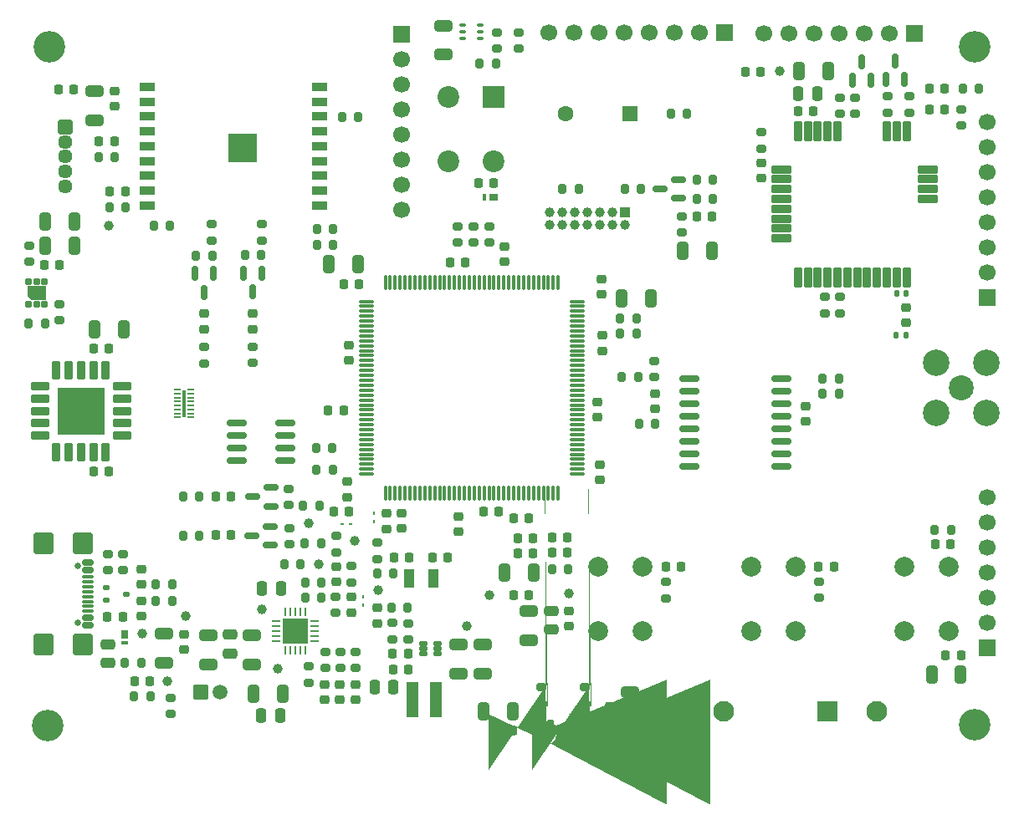
<source format=gbr>
%TF.GenerationSoftware,KiCad,Pcbnew,9.0.2*%
%TF.CreationDate,2025-09-08T10:53:28+03:00*%
%TF.ProjectId,OpenAirScope,4f70656e-4169-4725-9363-6f70652e6b69,v0-Draft*%
%TF.SameCoordinates,Original*%
%TF.FileFunction,Soldermask,Top*%
%TF.FilePolarity,Negative*%
%FSLAX46Y46*%
G04 Gerber Fmt 4.6, Leading zero omitted, Abs format (unit mm)*
G04 Created by KiCad (PCBNEW 9.0.2) date 2025-09-08 10:53:28*
%MOMM*%
%LPD*%
G01*
G04 APERTURE LIST*
G04 Aperture macros list*
%AMRoundRect*
0 Rectangle with rounded corners*
0 $1 Rounding radius*
0 $2 $3 $4 $5 $6 $7 $8 $9 X,Y pos of 4 corners*
0 Add a 4 corners polygon primitive as box body*
4,1,4,$2,$3,$4,$5,$6,$7,$8,$9,$2,$3,0*
0 Add four circle primitives for the rounded corners*
1,1,$1+$1,$2,$3*
1,1,$1+$1,$4,$5*
1,1,$1+$1,$6,$7*
1,1,$1+$1,$8,$9*
0 Add four rect primitives between the rounded corners*
20,1,$1+$1,$2,$3,$4,$5,0*
20,1,$1+$1,$4,$5,$6,$7,0*
20,1,$1+$1,$6,$7,$8,$9,0*
20,1,$1+$1,$8,$9,$2,$3,0*%
%AMFreePoly0*
4,1,64,0.235711,1.439036,0.382774,1.378120,0.515127,1.289684,0.627684,1.177127,0.716120,1.044774,0.777036,0.897711,0.808090,0.741590,0.808090,0.582410,0.777036,0.426289,0.716120,0.279226,0.627684,0.146873,0.515127,0.034316,0.382774,-0.054120,0.235711,-0.115036,0.079590,-0.146090,0.031746,-0.146090,0.029264,-0.147118,-0.029264,-0.147118,-0.031746,-0.146090,-0.079590,-0.146090,
-0.235711,-0.115036,-0.382774,-0.054120,-0.515127,0.034316,-0.627684,0.146873,-0.716120,0.279226,-0.777036,0.426289,-0.808090,0.582410,-0.808090,0.729406,-0.512000,0.729406,-0.512000,0.594594,-0.477108,0.464375,-0.409702,0.347625,-0.314375,0.252298,-0.197625,0.184892,-0.067406,0.150000,0.067406,0.150000,0.197625,0.184892,0.314375,0.252298,0.409702,0.347625,0.477108,0.464375,
0.512000,0.594594,0.512000,0.729406,0.477108,0.859625,0.409702,0.976375,0.314375,1.071702,0.197625,1.139108,0.067406,1.174000,-0.067406,1.174000,-0.197625,1.139108,-0.314375,1.071702,-0.409702,0.976375,-0.477108,0.859625,-0.512000,0.729406,-0.808090,0.729406,-0.808090,0.741590,-0.777036,0.897711,-0.716120,1.044774,-0.627684,1.177127,-0.515127,1.289684,-0.382774,1.378120,
-0.235711,1.439036,-0.079590,1.470090,0.079590,1.470090,0.235711,1.439036,0.235711,1.439036,$1*%
G04 Aperture macros list end*
%ADD10C,0.010000*%
%ADD11RoundRect,0.140000X0.140000X0.170000X-0.140000X0.170000X-0.140000X-0.170000X0.140000X-0.170000X0*%
%ADD12C,2.000000*%
%ADD13RoundRect,0.250000X-0.650000X0.325000X-0.650000X-0.325000X0.650000X-0.325000X0.650000X0.325000X0*%
%ADD14RoundRect,0.200000X-0.200000X-0.275000X0.200000X-0.275000X0.200000X0.275000X-0.200000X0.275000X0*%
%ADD15RoundRect,0.225000X0.225000X0.250000X-0.225000X0.250000X-0.225000X-0.250000X0.225000X-0.250000X0*%
%ADD16RoundRect,0.225000X-0.225000X-0.250000X0.225000X-0.250000X0.225000X0.250000X-0.225000X0.250000X0*%
%ADD17C,1.000000*%
%ADD18RoundRect,0.200000X0.200000X0.275000X-0.200000X0.275000X-0.200000X-0.275000X0.200000X-0.275000X0*%
%ADD19RoundRect,0.250000X-0.325000X-0.650000X0.325000X-0.650000X0.325000X0.650000X-0.325000X0.650000X0*%
%ADD20RoundRect,0.200000X0.275000X-0.200000X0.275000X0.200000X-0.275000X0.200000X-0.275000X-0.200000X0*%
%ADD21RoundRect,0.200000X-0.275000X0.200000X-0.275000X-0.200000X0.275000X-0.200000X0.275000X0.200000X0*%
%ADD22C,3.200000*%
%ADD23RoundRect,0.250000X-0.475000X0.250000X-0.475000X-0.250000X0.475000X-0.250000X0.475000X0.250000X0*%
%ADD24RoundRect,0.062500X-0.062500X0.117500X-0.062500X-0.117500X0.062500X-0.117500X0.062500X0.117500X0*%
%ADD25RoundRect,0.218750X-0.218750X-0.256250X0.218750X-0.256250X0.218750X0.256250X-0.218750X0.256250X0*%
%ADD26RoundRect,0.102000X-0.330000X-0.155000X0.330000X-0.155000X0.330000X0.155000X-0.330000X0.155000X0*%
%ADD27R,1.500000X0.900000*%
%ADD28C,0.600000*%
%ADD29R,2.900000X2.900000*%
%ADD30R,1.700000X1.700000*%
%ADD31C,1.700000*%
%ADD32RoundRect,0.075000X-0.275000X0.390000X-0.275000X-0.390000X0.275000X-0.390000X0.275000X0.390000X0*%
%ADD33RoundRect,0.075000X-0.275000X0.075000X-0.275000X-0.075000X0.275000X-0.075000X0.275000X0.075000X0*%
%ADD34RoundRect,0.075000X0.075000X-0.662500X0.075000X0.662500X-0.075000X0.662500X-0.075000X-0.662500X0*%
%ADD35RoundRect,0.075000X0.662500X-0.075000X0.662500X0.075000X-0.662500X0.075000X-0.662500X-0.075000X0*%
%ADD36RoundRect,0.150000X0.150000X-0.587500X0.150000X0.587500X-0.150000X0.587500X-0.150000X-0.587500X0*%
%ADD37RoundRect,0.075000X-0.250000X-0.075000X0.250000X-0.075000X0.250000X0.075000X-0.250000X0.075000X0*%
%ADD38RoundRect,0.225000X-0.250000X0.225000X-0.250000X-0.225000X0.250000X-0.225000X0.250000X0.225000X0*%
%ADD39C,2.529000*%
%ADD40C,2.679000*%
%ADD41RoundRect,0.250000X0.250000X0.475000X-0.250000X0.475000X-0.250000X-0.475000X0.250000X-0.475000X0*%
%ADD42RoundRect,0.102000X0.350000X0.900000X-0.350000X0.900000X-0.350000X-0.900000X0.350000X-0.900000X0*%
%ADD43RoundRect,0.102000X0.900000X0.350000X-0.900000X0.350000X-0.900000X-0.350000X0.900000X-0.350000X0*%
%ADD44RoundRect,0.250001X-0.799999X-0.799999X0.799999X-0.799999X0.799999X0.799999X-0.799999X0.799999X0*%
%ADD45C,2.100000*%
%ADD46RoundRect,0.050000X0.262500X0.050000X-0.262500X0.050000X-0.262500X-0.050000X0.262500X-0.050000X0*%
%ADD47R,0.400000X2.800000*%
%ADD48RoundRect,0.150000X-0.875000X-0.150000X0.875000X-0.150000X0.875000X0.150000X-0.875000X0.150000X0*%
%ADD49RoundRect,0.102000X0.200000X-0.275000X0.200000X0.275000X-0.200000X0.275000X-0.200000X-0.275000X0*%
%ADD50RoundRect,0.102000X-0.490000X-1.700000X0.490000X-1.700000X0.490000X1.700000X-0.490000X1.700000X0*%
%ADD51RoundRect,0.250000X0.325000X0.650000X-0.325000X0.650000X-0.325000X-0.650000X0.325000X-0.650000X0*%
%ADD52RoundRect,0.150000X0.825000X0.150000X-0.825000X0.150000X-0.825000X-0.150000X0.825000X-0.150000X0*%
%ADD53RoundRect,0.075000X0.390000X0.275000X-0.390000X0.275000X-0.390000X-0.275000X0.390000X-0.275000X0*%
%ADD54RoundRect,0.075000X0.075000X0.275000X-0.075000X0.275000X-0.075000X-0.275000X0.075000X-0.275000X0*%
%ADD55RoundRect,0.225000X0.250000X-0.225000X0.250000X0.225000X-0.250000X0.225000X-0.250000X-0.225000X0*%
%ADD56R,1.600000X1.600000*%
%ADD57C,1.600000*%
%ADD58RoundRect,0.218750X0.218750X0.256250X-0.218750X0.256250X-0.218750X-0.256250X0.218750X-0.256250X0*%
%ADD59RoundRect,0.102000X-0.654000X-0.654000X0.654000X-0.654000X0.654000X0.654000X-0.654000X0.654000X0*%
%ADD60C,1.512000*%
%ADD61RoundRect,0.150000X0.587500X0.150000X-0.587500X0.150000X-0.587500X-0.150000X0.587500X-0.150000X0*%
%ADD62RoundRect,0.250000X-0.250000X-0.475000X0.250000X-0.475000X0.250000X0.475000X-0.250000X0.475000X0*%
%ADD63RoundRect,0.062500X0.117500X0.062500X-0.117500X0.062500X-0.117500X-0.062500X0.117500X-0.062500X0*%
%ADD64RoundRect,0.250000X0.650000X-0.325000X0.650000X0.325000X-0.650000X0.325000X-0.650000X-0.325000X0*%
%ADD65C,0.650000*%
%ADD66RoundRect,0.150000X-0.425000X0.150000X-0.425000X-0.150000X0.425000X-0.150000X0.425000X0.150000X0*%
%ADD67RoundRect,0.075000X-0.500000X0.075000X-0.500000X-0.075000X0.500000X-0.075000X0.500000X0.075000X0*%
%ADD68RoundRect,0.250000X-0.750000X0.840000X-0.750000X-0.840000X0.750000X-0.840000X0.750000X0.840000X0*%
%ADD69RoundRect,0.150000X-0.150000X0.587500X-0.150000X-0.587500X0.150000X-0.587500X0.150000X0.587500X0*%
%ADD70RoundRect,0.218750X-0.256250X0.218750X-0.256250X-0.218750X0.256250X-0.218750X0.256250X0.218750X0*%
%ADD71C,0.500000*%
%ADD72RoundRect,0.130500X-0.169500X-0.130500X0.169500X-0.130500X0.169500X0.130500X-0.169500X0.130500X0*%
%ADD73FreePoly0,90.000000*%
%ADD74RoundRect,0.062500X0.062500X-0.350000X0.062500X0.350000X-0.062500X0.350000X-0.062500X-0.350000X0*%
%ADD75RoundRect,0.062500X0.350000X-0.062500X0.350000X0.062500X-0.350000X0.062500X-0.350000X-0.062500X0*%
%ADD76R,2.500000X2.500000*%
%ADD77RoundRect,0.112500X-0.237500X0.112500X-0.237500X-0.112500X0.237500X-0.112500X0.237500X0.112500X0*%
%ADD78RoundRect,0.250000X0.475000X-0.250000X0.475000X0.250000X-0.475000X0.250000X-0.475000X-0.250000X0*%
%ADD79R,1.000000X1.000000*%
%ADD80R,1.100000X1.900000*%
%ADD81RoundRect,0.102000X-0.619000X0.619000X-0.619000X-0.619000X0.619000X-0.619000X0.619000X0.619000X0*%
%ADD82C,1.442000*%
%ADD83R,2.200000X2.200000*%
%ADD84C,2.200000*%
%ADD85RoundRect,0.212500X0.737500X0.212500X-0.737500X0.212500X-0.737500X-0.212500X0.737500X-0.212500X0*%
%ADD86RoundRect,0.212500X0.212500X0.737500X-0.212500X0.737500X-0.212500X-0.737500X0.212500X-0.737500X0*%
%ADD87R,4.800000X4.800000*%
G04 APERTURE END LIST*
D10*
%TO.C,U11*%
X100810000Y-100235000D02*
X99330000Y-100235000D01*
X99010000Y-99915000D01*
X99010000Y-98885000D01*
X100810000Y-98885000D01*
X100810000Y-100235000D01*
G36*
X100810000Y-100235000D02*
G01*
X99330000Y-100235000D01*
X99010000Y-99915000D01*
X99010000Y-98885000D01*
X100810000Y-98885000D01*
X100810000Y-100235000D01*
G37*
%TD*%
D11*
%TO.C,C53*%
X187910000Y-99660000D03*
X186950000Y-99660000D03*
%TD*%
D12*
%TO.C,SW3*%
X156750000Y-133850000D03*
X156750000Y-127350000D03*
X161250000Y-133850000D03*
X161250000Y-127350000D03*
%TD*%
D13*
%TO.C,C15*%
X145020000Y-135205000D03*
X145020000Y-138155000D03*
%TD*%
D14*
%TO.C,R60*%
X179435000Y-108240000D03*
X181085000Y-108240000D03*
%TD*%
D15*
%TO.C,C56*%
X108875000Y-89300000D03*
X107325000Y-89300000D03*
%TD*%
%TO.C,C40*%
X150130000Y-124390000D03*
X148580000Y-124390000D03*
%TD*%
D16*
%TO.C,C78*%
X166735000Y-91835000D03*
X168285000Y-91835000D03*
%TD*%
D17*
%TO.C,TP13*%
X128428624Y-127056818D03*
%TD*%
%TO.C,TP11*%
X134500000Y-129710000D03*
%TD*%
D18*
%TO.C,R82*%
X137450000Y-131480000D03*
X135800000Y-131480000D03*
%TD*%
D19*
%TO.C,C69*%
X100785000Y-94790000D03*
X103735000Y-94790000D03*
%TD*%
D20*
%TO.C,R20*%
X173240000Y-84935000D03*
X173240000Y-83285000D03*
%TD*%
D21*
%TO.C,R42*%
X102210000Y-100715000D03*
X102210000Y-102365000D03*
%TD*%
D22*
%TO.C,H2*%
X194840000Y-74650000D03*
%TD*%
D23*
%TO.C,C4*%
X119480000Y-134195000D03*
X119480000Y-136095000D03*
%TD*%
D18*
%TO.C,R19*%
X154770000Y-89070000D03*
X153120000Y-89070000D03*
%TD*%
D24*
%TO.C,D17*%
X132980000Y-131167500D03*
X132980000Y-130327500D03*
%TD*%
D14*
%TO.C,R22*%
X128295000Y-94680000D03*
X129945000Y-94680000D03*
%TD*%
D24*
%TO.C,D16*%
X134020000Y-122700000D03*
X134020000Y-121860000D03*
%TD*%
D20*
%TO.C,R90*%
X130250000Y-125840000D03*
X130250000Y-124190000D03*
%TD*%
D21*
%TO.C,R74*%
X186000000Y-79660000D03*
X186000000Y-81310000D03*
%TD*%
D25*
%TO.C,D14*%
X190242500Y-81010000D03*
X191817500Y-81010000D03*
%TD*%
D26*
%TO.C,U3*%
X139010000Y-135085000D03*
X139010000Y-135585000D03*
X139010000Y-136085000D03*
X140480000Y-136085000D03*
X140480000Y-135585000D03*
X140480000Y-135085000D03*
%TD*%
D27*
%TO.C,U7*%
X111080000Y-78710000D03*
X111080000Y-80210000D03*
X111080000Y-81710000D03*
X111080000Y-83210000D03*
X111080000Y-84710000D03*
X111080000Y-86210000D03*
X111080000Y-87710000D03*
X111080000Y-89210000D03*
X111080000Y-90710000D03*
X128580000Y-90710000D03*
X128580000Y-89210000D03*
X128580000Y-87710000D03*
X128580000Y-86210000D03*
X128580000Y-84710000D03*
X128580000Y-83210000D03*
X128580000Y-81710000D03*
X128580000Y-80210000D03*
X128580000Y-78710000D03*
D28*
X119690000Y-84360000D03*
X119690000Y-85460000D03*
X120240000Y-83810000D03*
X120240000Y-84910000D03*
X120240000Y-86010000D03*
X120790000Y-84360000D03*
D29*
X120790000Y-84910000D03*
D28*
X120790000Y-85460000D03*
X121340000Y-83810000D03*
X121340000Y-84910000D03*
X121340000Y-86010000D03*
X121890000Y-84360000D03*
X121890000Y-85460000D03*
%TD*%
D30*
%TO.C,J13*%
X196100000Y-135560000D03*
D31*
X196100000Y-133020000D03*
X196100000Y-130480000D03*
X196100000Y-127940000D03*
X196100000Y-125400000D03*
X196100000Y-122860000D03*
X196100000Y-120320000D03*
%TD*%
D14*
%TO.C,R52*%
X164080000Y-81430000D03*
X165730000Y-81430000D03*
%TD*%
D32*
%TO.C,D1*%
X108850000Y-134130000D03*
D33*
X108850000Y-135015000D03*
%TD*%
D21*
%TO.C,TH1*%
X127480000Y-137410000D03*
X127480000Y-139060000D03*
%TD*%
D34*
%TO.C,U5*%
X135200000Y-119842500D03*
X135700000Y-119842500D03*
X136200000Y-119842500D03*
X136700000Y-119842500D03*
X137200000Y-119842500D03*
X137700000Y-119842500D03*
X138200000Y-119842500D03*
X138700000Y-119842500D03*
X139200000Y-119842500D03*
X139700000Y-119842500D03*
X140200000Y-119842500D03*
X140700000Y-119842500D03*
X141200000Y-119842500D03*
X141700000Y-119842500D03*
X142200000Y-119842500D03*
X142700000Y-119842500D03*
X143200000Y-119842500D03*
X143700000Y-119842500D03*
X144200000Y-119842500D03*
X144700000Y-119842500D03*
X145200000Y-119842500D03*
X145700000Y-119842500D03*
X146200000Y-119842500D03*
X146700000Y-119842500D03*
X147200000Y-119842500D03*
X147700000Y-119842500D03*
X148200000Y-119842500D03*
X148700000Y-119842500D03*
X149200000Y-119842500D03*
X149700000Y-119842500D03*
X150200000Y-119842500D03*
X150700000Y-119842500D03*
X151200000Y-119842500D03*
X151700000Y-119842500D03*
X152200000Y-119842500D03*
X152700000Y-119842500D03*
D35*
X154612500Y-117930000D03*
X154612500Y-117430000D03*
X154612500Y-116930000D03*
X154612500Y-116430000D03*
X154612500Y-115930000D03*
X154612500Y-115430000D03*
X154612500Y-114930000D03*
X154612500Y-114430000D03*
X154612500Y-113930000D03*
X154612500Y-113430000D03*
X154612500Y-112930000D03*
X154612500Y-112430000D03*
X154612500Y-111930000D03*
X154612500Y-111430000D03*
X154612500Y-110930000D03*
X154612500Y-110430000D03*
X154612500Y-109930000D03*
X154612500Y-109430000D03*
X154612500Y-108930000D03*
X154612500Y-108430000D03*
X154612500Y-107930000D03*
X154612500Y-107430000D03*
X154612500Y-106930000D03*
X154612500Y-106430000D03*
X154612500Y-105930000D03*
X154612500Y-105430000D03*
X154612500Y-104930000D03*
X154612500Y-104430000D03*
X154612500Y-103930000D03*
X154612500Y-103430000D03*
X154612500Y-102930000D03*
X154612500Y-102430000D03*
X154612500Y-101930000D03*
X154612500Y-101430000D03*
X154612500Y-100930000D03*
X154612500Y-100430000D03*
D34*
X152700000Y-98517500D03*
X152200000Y-98517500D03*
X151700000Y-98517500D03*
X151200000Y-98517500D03*
X150700000Y-98517500D03*
X150200000Y-98517500D03*
X149700000Y-98517500D03*
X149200000Y-98517500D03*
X148700000Y-98517500D03*
X148200000Y-98517500D03*
X147700000Y-98517500D03*
X147200000Y-98517500D03*
X146700000Y-98517500D03*
X146200000Y-98517500D03*
X145700000Y-98517500D03*
X145200000Y-98517500D03*
X144700000Y-98517500D03*
X144200000Y-98517500D03*
X143700000Y-98517500D03*
X143200000Y-98517500D03*
X142700000Y-98517500D03*
X142200000Y-98517500D03*
X141700000Y-98517500D03*
X141200000Y-98517500D03*
X140700000Y-98517500D03*
X140200000Y-98517500D03*
X139700000Y-98517500D03*
X139200000Y-98517500D03*
X138700000Y-98517500D03*
X138200000Y-98517500D03*
X137700000Y-98517500D03*
X137200000Y-98517500D03*
X136700000Y-98517500D03*
X136200000Y-98517500D03*
X135700000Y-98517500D03*
X135200000Y-98517500D03*
D35*
X133287500Y-100430000D03*
X133287500Y-100930000D03*
X133287500Y-101430000D03*
X133287500Y-101930000D03*
X133287500Y-102430000D03*
X133287500Y-102930000D03*
X133287500Y-103430000D03*
X133287500Y-103930000D03*
X133287500Y-104430000D03*
X133287500Y-104930000D03*
X133287500Y-105430000D03*
X133287500Y-105930000D03*
X133287500Y-106430000D03*
X133287500Y-106930000D03*
X133287500Y-107430000D03*
X133287500Y-107930000D03*
X133287500Y-108430000D03*
X133287500Y-108930000D03*
X133287500Y-109430000D03*
X133287500Y-109930000D03*
X133287500Y-110430000D03*
X133287500Y-110930000D03*
X133287500Y-111430000D03*
X133287500Y-111930000D03*
X133287500Y-112430000D03*
X133287500Y-112930000D03*
X133287500Y-113430000D03*
X133287500Y-113930000D03*
X133287500Y-114430000D03*
X133287500Y-114930000D03*
X133287500Y-115430000D03*
X133287500Y-115930000D03*
X133287500Y-116430000D03*
X133287500Y-116930000D03*
X133287500Y-117430000D03*
X133287500Y-117930000D03*
%TD*%
D18*
%TO.C,R29*%
X107825000Y-85800000D03*
X106175000Y-85800000D03*
%TD*%
D17*
%TO.C,TP15*%
X113170000Y-138880000D03*
%TD*%
D20*
%TO.C,R80*%
X188217249Y-81328500D03*
X188217249Y-79678500D03*
%TD*%
D36*
%TO.C,Q8*%
X182440000Y-78050000D03*
X184340000Y-78050000D03*
X183390000Y-76175000D03*
%TD*%
D37*
%TO.C,U13*%
X143020000Y-72470000D03*
X143020000Y-73120000D03*
X143020000Y-73770000D03*
X144820000Y-73770000D03*
X144820000Y-73120000D03*
X144820000Y-72470000D03*
%TD*%
D17*
%TO.C,TP9*%
X175130000Y-77140000D03*
%TD*%
D15*
%TO.C,C27*%
X143265000Y-96520000D03*
X141715000Y-96520000D03*
%TD*%
D38*
%TO.C,C9*%
X110490000Y-130770000D03*
X110490000Y-132320000D03*
%TD*%
D18*
%TO.C,R30*%
X108925000Y-90900000D03*
X107275000Y-90900000D03*
%TD*%
D39*
%TO.C,J6*%
X193520000Y-109220000D03*
D40*
X190980000Y-111760000D03*
X190980000Y-106680000D03*
X196060000Y-111760000D03*
X196060000Y-106680000D03*
%TD*%
D41*
%TO.C,C12*%
X136030000Y-139490000D03*
X134130000Y-139490000D03*
%TD*%
D18*
%TO.C,R88*%
X192440000Y-123550000D03*
X190790000Y-123550000D03*
%TD*%
D20*
%TO.C,R10*%
X135950000Y-134665000D03*
X135950000Y-133015000D03*
%TD*%
D30*
%TO.C,J14*%
X169540000Y-73250000D03*
D31*
X167000000Y-73250000D03*
X164460000Y-73250000D03*
X161920000Y-73250000D03*
X159380000Y-73250000D03*
X156840000Y-73250000D03*
X154300000Y-73250000D03*
X151760000Y-73250000D03*
%TD*%
D21*
%TO.C,R75*%
X181240000Y-79770000D03*
X181240000Y-81420000D03*
%TD*%
D42*
%TO.C,U8*%
X176955000Y-98010000D03*
X177955000Y-98010000D03*
X178955000Y-98010000D03*
X179955000Y-98010000D03*
X180955000Y-98010000D03*
X181955000Y-98010000D03*
X182955000Y-98010000D03*
X183955000Y-98010000D03*
X184955000Y-98010000D03*
X185955000Y-98010000D03*
X186955000Y-98010000D03*
X187955000Y-98010000D03*
D43*
X190090000Y-90055000D03*
X190090000Y-89055000D03*
X190090000Y-88055000D03*
X190090000Y-87055000D03*
D42*
X187955000Y-83210000D03*
X186955000Y-83210000D03*
X185955000Y-83210000D03*
X180955000Y-83210000D03*
X179955000Y-83210000D03*
X178955000Y-83210000D03*
X177955000Y-83210000D03*
X176955000Y-83210000D03*
D43*
X175290000Y-87055000D03*
X175290000Y-88055000D03*
X175290000Y-89055000D03*
X175290000Y-90055000D03*
X175290000Y-91055000D03*
X175290000Y-92055000D03*
X175290000Y-93055000D03*
X175290000Y-94055000D03*
%TD*%
D16*
%TO.C,C46*%
X136095000Y-126400000D03*
X137645000Y-126400000D03*
%TD*%
%TO.C,C39*%
X148580000Y-125930000D03*
X150130000Y-125930000D03*
%TD*%
D36*
%TO.C,Q7*%
X185850000Y-77930000D03*
X187750000Y-77930000D03*
X186800000Y-76055000D03*
%TD*%
D23*
%TO.C,C20*%
X151960000Y-131800000D03*
X151960000Y-133700000D03*
%TD*%
D21*
%TO.C,R54*%
X165240000Y-91800000D03*
X165240000Y-93450000D03*
%TD*%
D38*
%TO.C,C92*%
X131740000Y-130380000D03*
X131740000Y-131930000D03*
%TD*%
D17*
%TO.C,TP6*%
X145770000Y-130180000D03*
%TD*%
D44*
%TO.C,J8*%
X179900000Y-141950000D03*
D45*
X184900000Y-141950000D03*
%TD*%
D20*
%TO.C,R70*%
X122677500Y-94272500D03*
X122677500Y-92622500D03*
%TD*%
%TO.C,R93*%
X130190000Y-131980000D03*
X130190000Y-130330000D03*
%TD*%
D15*
%TO.C,C55*%
X107775000Y-84200000D03*
X106225000Y-84200000D03*
%TD*%
D46*
%TO.C,U14*%
X115540000Y-112180000D03*
X115540000Y-111780000D03*
X115540000Y-111380000D03*
X115540000Y-110980000D03*
X115540000Y-110580000D03*
X115540000Y-110180000D03*
X115540000Y-109780000D03*
X115540000Y-109380000D03*
X114115000Y-109380000D03*
X114115000Y-109780000D03*
X114115000Y-110180000D03*
X114115000Y-110580000D03*
X114115000Y-110980000D03*
X114115000Y-111380000D03*
X114115000Y-111780000D03*
X114115000Y-112180000D03*
D47*
X114827500Y-110780000D03*
%TD*%
D21*
%TO.C,R78*%
X125410000Y-119427594D03*
X125410000Y-121077594D03*
%TD*%
D16*
%TO.C,C26*%
X129430000Y-111450000D03*
X130980000Y-111450000D03*
%TD*%
D21*
%TO.C,R17*%
X144130000Y-92835000D03*
X144130000Y-94485000D03*
%TD*%
D41*
%TO.C,C6*%
X124540000Y-142390000D03*
X122640000Y-142390000D03*
%TD*%
D17*
%TO.C,TP4*%
X122720000Y-131615000D03*
%TD*%
D18*
%TO.C,R84*%
X136020000Y-127960000D03*
X134370000Y-127960000D03*
%TD*%
D14*
%TO.C,R77*%
X116048809Y-95795799D03*
X117698809Y-95795799D03*
%TD*%
D21*
%TO.C,R69*%
X193500000Y-80970000D03*
X193500000Y-82620000D03*
%TD*%
D17*
%TO.C,TP1*%
X110570000Y-134065000D03*
%TD*%
D25*
%TO.C,D13*%
X190242500Y-78850000D03*
X191817500Y-78850000D03*
%TD*%
D48*
%TO.C,U15*%
X165960000Y-108290000D03*
X165960000Y-109560000D03*
X165960000Y-110830000D03*
X165960000Y-112100000D03*
X165960000Y-113370000D03*
X165960000Y-114640000D03*
X165960000Y-115910000D03*
X165960000Y-117180000D03*
X175260000Y-117180000D03*
X175260000Y-115910000D03*
X175260000Y-114640000D03*
X175260000Y-113370000D03*
X175260000Y-112100000D03*
X175260000Y-110830000D03*
X175260000Y-109560000D03*
X175260000Y-108290000D03*
%TD*%
D20*
%TO.C,R81*%
X182770000Y-81420000D03*
X182770000Y-79770000D03*
%TD*%
D14*
%TO.C,R94*%
X109790000Y-140460000D03*
X111440000Y-140460000D03*
%TD*%
D17*
%TO.C,TP2*%
X114975000Y-132330000D03*
%TD*%
D49*
%TO.C,U11*%
X99110000Y-100710000D03*
X99910000Y-100710000D03*
X100710000Y-100710000D03*
X100710000Y-98410000D03*
X99910000Y-98410000D03*
X99110000Y-98410000D03*
%TD*%
D50*
%TO.C,L1*%
X137955000Y-140750000D03*
X140325000Y-140750000D03*
%TD*%
D18*
%TO.C,R66*%
X116360000Y-120167594D03*
X114710000Y-120167594D03*
%TD*%
%TO.C,R53*%
X161100000Y-89040000D03*
X159450000Y-89040000D03*
%TD*%
D16*
%TO.C,C86*%
X163580000Y-127340000D03*
X165130000Y-127340000D03*
%TD*%
D38*
%TO.C,C83*%
X134350000Y-131480000D03*
X134350000Y-133030000D03*
%TD*%
D51*
%TO.C,C71*%
X148120000Y-141960000D03*
X145170000Y-141960000D03*
%TD*%
D52*
%TO.C,U6*%
X125095000Y-116570000D03*
X125095000Y-115300000D03*
X125095000Y-114030000D03*
X125095000Y-112760000D03*
X120145000Y-112760000D03*
X120145000Y-114030000D03*
X120145000Y-115300000D03*
X120145000Y-116570000D03*
%TD*%
D16*
%TO.C,C33*%
X131015000Y-98670000D03*
X132565000Y-98670000D03*
%TD*%
D17*
%TO.C,TP10*%
X107200000Y-92800000D03*
%TD*%
D53*
%TO.C,D5*%
X146135000Y-89890000D03*
D54*
X145250000Y-89890000D03*
%TD*%
D12*
%TO.C,SW5*%
X187750000Y-133850000D03*
X187750000Y-127350000D03*
X192250000Y-133850000D03*
X192250000Y-127350000D03*
%TD*%
D18*
%TO.C,R23*%
X160625000Y-103660000D03*
X158975000Y-103660000D03*
%TD*%
D22*
%TO.C,H1*%
X194840000Y-143330000D03*
%TD*%
D18*
%TO.C,R28*%
X113425000Y-92800000D03*
X111775000Y-92800000D03*
%TD*%
D55*
%TO.C,C30*%
X156953410Y-118492075D03*
X156953410Y-116942075D03*
%TD*%
D15*
%TO.C,C81*%
X193470000Y-136260000D03*
X191920000Y-136260000D03*
%TD*%
%TO.C,C84*%
X131540000Y-121710000D03*
X129990000Y-121710000D03*
%TD*%
D20*
%TO.C,R92*%
X113460000Y-142250000D03*
X113460000Y-140600000D03*
%TD*%
D38*
%TO.C,C34*%
X157126009Y-103895334D03*
X157126009Y-105445334D03*
%TD*%
D56*
%TO.C,BZ1*%
X159920000Y-81450000D03*
D57*
X153420000Y-81450000D03*
%TD*%
D58*
%TO.C,FB1*%
X108621999Y-132393000D03*
X107046999Y-132393000D03*
%TD*%
D18*
%TO.C,R61*%
X160805000Y-108130000D03*
X159155000Y-108130000D03*
%TD*%
D20*
%TO.C,R57*%
X162440000Y-108105000D03*
X162440000Y-106455000D03*
%TD*%
D59*
%TO.C,J2*%
X116490000Y-140007500D03*
D60*
X118490000Y-140007500D03*
%TD*%
D20*
%TO.C,R3*%
X132200000Y-137570000D03*
X132200000Y-135920000D03*
%TD*%
D58*
%TO.C,D11*%
X119587500Y-120197594D03*
X118012500Y-120197594D03*
%TD*%
D21*
%TO.C,R26*%
X179710000Y-99975000D03*
X179710000Y-101625000D03*
%TD*%
D16*
%TO.C,C72*%
X146570000Y-143890000D03*
X148120000Y-143890000D03*
%TD*%
D61*
%TO.C,Q5*%
X123620000Y-121177594D03*
X123620000Y-119277594D03*
X121745000Y-120227594D03*
%TD*%
D62*
%TO.C,C8*%
X122730000Y-129545000D03*
X124630000Y-129545000D03*
%TD*%
D38*
%TO.C,C74*%
X157890000Y-141470000D03*
X157890000Y-143020000D03*
%TD*%
D21*
%TO.C,R64*%
X121797500Y-105012500D03*
X121797500Y-106662500D03*
%TD*%
D13*
%TO.C,C70*%
X141120000Y-72495000D03*
X141120000Y-75445000D03*
%TD*%
D19*
%TO.C,C47*%
X177090000Y-77140000D03*
X180040000Y-77140000D03*
%TD*%
D63*
%TO.C,D15*%
X130832500Y-122980000D03*
X131672500Y-122980000D03*
%TD*%
D64*
%TO.C,C73*%
X159970000Y-142980000D03*
X159970000Y-140030000D03*
%TD*%
D30*
%TO.C,J5*%
X136880000Y-73360000D03*
D31*
X136880000Y-75900000D03*
X136880000Y-78440000D03*
X136880000Y-80980000D03*
X136880000Y-83520000D03*
X136880000Y-86060000D03*
X136880000Y-88600000D03*
X136880000Y-91140000D03*
%TD*%
D13*
%TO.C,C3*%
X117300000Y-134250000D03*
X117300000Y-137200000D03*
%TD*%
D22*
%TO.C,H3*%
X101160000Y-74650000D03*
%TD*%
D15*
%TO.C,C64*%
X107250000Y-105230000D03*
X105700000Y-105230000D03*
%TD*%
D65*
%TO.C,J1*%
X104050000Y-127185000D03*
X104050000Y-132965000D03*
D66*
X105125000Y-126875000D03*
X105125000Y-127675000D03*
D67*
X105125000Y-128825000D03*
X105125000Y-129825000D03*
X105125000Y-130325000D03*
X105125000Y-131325000D03*
D66*
X105125000Y-132475000D03*
X105125000Y-133275000D03*
X105125000Y-133275000D03*
X105125000Y-132475000D03*
D67*
X105125000Y-131825000D03*
X105125000Y-130825000D03*
X105125000Y-129325000D03*
X105125000Y-128325000D03*
D66*
X105125000Y-127675000D03*
X105125000Y-126875000D03*
D68*
X104550000Y-124965000D03*
X100620000Y-124965000D03*
X104550000Y-135185000D03*
X100620000Y-135185000D03*
%TD*%
D15*
%TO.C,C45*%
X141505000Y-126390000D03*
X139955000Y-126390000D03*
%TD*%
D69*
%TO.C,Q3*%
X122730000Y-97550000D03*
X120830000Y-97550000D03*
X121780000Y-99425000D03*
%TD*%
D19*
%TO.C,C77*%
X165325000Y-95335000D03*
X168275000Y-95335000D03*
%TD*%
D15*
%TO.C,C14*%
X137505000Y-136150000D03*
X135955000Y-136150000D03*
%TD*%
D14*
%TO.C,R68*%
X193640000Y-78880000D03*
X195290000Y-78880000D03*
%TD*%
D25*
%TO.C,FB3*%
X171612500Y-77180000D03*
X173187500Y-77180000D03*
%TD*%
D17*
%TO.C,TP3*%
X124330000Y-137660000D03*
%TD*%
D38*
%TO.C,C32*%
X131500000Y-104885000D03*
X131500000Y-106435000D03*
%TD*%
D62*
%TO.C,C48*%
X176995000Y-79390000D03*
X178895000Y-79390000D03*
%TD*%
D13*
%TO.C,C50*%
X105800000Y-79125000D03*
X105800000Y-82075000D03*
%TD*%
D21*
%TO.C,R86*%
X163640000Y-128870000D03*
X163640000Y-130520000D03*
%TD*%
D14*
%TO.C,R12*%
X128225000Y-117470000D03*
X129875000Y-117470000D03*
%TD*%
D20*
%TO.C,R2*%
X130680000Y-137570000D03*
X130680000Y-135920000D03*
%TD*%
D15*
%TO.C,C36*%
X153620000Y-125910000D03*
X152070000Y-125910000D03*
%TD*%
D11*
%TO.C,C54*%
X187873783Y-103877113D03*
X186913783Y-103877113D03*
%TD*%
D16*
%TO.C,C41*%
X144610000Y-88430000D03*
X146160000Y-88430000D03*
%TD*%
D70*
%TO.C,D2*%
X129083552Y-139221462D03*
X129083552Y-140796462D03*
%TD*%
D15*
%TO.C,C88*%
X192420000Y-125060000D03*
X190870000Y-125060000D03*
%TD*%
D20*
%TO.C,R83*%
X134420000Y-126520000D03*
X134420000Y-124870000D03*
%TD*%
D21*
%TO.C,R79*%
X125470000Y-123377594D03*
X125470000Y-125027594D03*
%TD*%
D22*
%TO.C,H4*%
X101010000Y-143360000D03*
%TD*%
D71*
%TO.C,MK2*%
X155410000Y-145120000D03*
D72*
X154510000Y-143046000D03*
X154510000Y-143868000D03*
D73*
X156072000Y-145120000D03*
D72*
X156310000Y-143868000D03*
X156310000Y-143046000D03*
X155410000Y-143046000D03*
%TD*%
D61*
%TO.C,Q6*%
X123590000Y-125127594D03*
X123590000Y-123227594D03*
X121715000Y-124177594D03*
%TD*%
D17*
%TO.C,TP5*%
X143410000Y-133320000D03*
%TD*%
D14*
%TO.C,R21*%
X128265000Y-93140000D03*
X129915000Y-93140000D03*
%TD*%
D55*
%TO.C,C35*%
X153780000Y-133305000D03*
X153780000Y-131755000D03*
%TD*%
D18*
%TO.C,R15*%
X113625000Y-130820000D03*
X111975000Y-130820000D03*
%TD*%
D38*
%TO.C,C80*%
X177700000Y-111015000D03*
X177700000Y-112565000D03*
%TD*%
D74*
%TO.C,U1*%
X125115000Y-135757500D03*
X125615000Y-135757500D03*
X126115000Y-135757500D03*
X126615000Y-135757500D03*
X127115000Y-135757500D03*
D75*
X128052500Y-134820000D03*
X128052500Y-134320000D03*
X128052500Y-133820000D03*
X128052500Y-133320000D03*
X128052500Y-132820000D03*
D74*
X127115000Y-131882500D03*
X126615000Y-131882500D03*
X126115000Y-131882500D03*
X125615000Y-131882500D03*
X125115000Y-131882500D03*
D75*
X124177500Y-132820000D03*
X124177500Y-133320000D03*
X124177500Y-133820000D03*
X124177500Y-134320000D03*
X124177500Y-134820000D03*
D76*
X126115000Y-133820000D03*
%TD*%
D70*
%TO.C,D3*%
X130620000Y-139222500D03*
X130620000Y-140797500D03*
%TD*%
D19*
%TO.C,C68*%
X100765000Y-92380000D03*
X103715000Y-92380000D03*
%TD*%
D51*
%TO.C,C7*%
X124835000Y-140190000D03*
X121885000Y-140190000D03*
%TD*%
D15*
%TO.C,C91*%
X111390000Y-138930000D03*
X109840000Y-138930000D03*
%TD*%
D20*
%TO.C,R71*%
X117598645Y-94281872D03*
X117598645Y-92631872D03*
%TD*%
D14*
%TO.C,R55*%
X166705000Y-90070000D03*
X168355000Y-90070000D03*
%TD*%
D18*
%TO.C,R11*%
X153730000Y-127550000D03*
X152080000Y-127550000D03*
%TD*%
%TO.C,R58*%
X162535000Y-112870000D03*
X160885000Y-112870000D03*
%TD*%
D70*
%TO.C,D10*%
X116880000Y-101672812D03*
X116880000Y-103247812D03*
%TD*%
D55*
%TO.C,C31*%
X142570000Y-123775000D03*
X142570000Y-122225000D03*
%TD*%
D21*
%TO.C,R47*%
X148680000Y-73195000D03*
X148680000Y-74845000D03*
%TD*%
D13*
%TO.C,C21*%
X149730000Y-131825000D03*
X149730000Y-134775000D03*
%TD*%
D30*
%TO.C,J4*%
X196150000Y-100020000D03*
D31*
X196150000Y-97480000D03*
X196150000Y-94940000D03*
X196150000Y-92400000D03*
X196150000Y-89860000D03*
X196150000Y-87320000D03*
X196150000Y-84780000D03*
X196150000Y-82240000D03*
%TD*%
D71*
%TO.C,MK1*%
X151010000Y-145132000D03*
D72*
X150110000Y-143058000D03*
X150110000Y-143880000D03*
D73*
X151672000Y-145132000D03*
D72*
X151910000Y-143880000D03*
X151910000Y-143058000D03*
X151010000Y-143058000D03*
%TD*%
D15*
%TO.C,C17*%
X137515000Y-137690000D03*
X135965000Y-137690000D03*
%TD*%
D18*
%TO.C,R14*%
X113645000Y-129100000D03*
X111995000Y-129100000D03*
%TD*%
D14*
%TO.C,R73*%
X127060000Y-124977594D03*
X128710000Y-124977594D03*
%TD*%
D38*
%TO.C,C28*%
X147270000Y-94875000D03*
X147270000Y-96425000D03*
%TD*%
D16*
%TO.C,C49*%
X176970000Y-81170000D03*
X178520000Y-81170000D03*
%TD*%
D58*
%TO.C,D12*%
X119587500Y-124133549D03*
X118012500Y-124133549D03*
%TD*%
D15*
%TO.C,C65*%
X107250000Y-117690000D03*
X105700000Y-117690000D03*
%TD*%
D21*
%TO.C,R87*%
X179080000Y-128800000D03*
X179080000Y-130450000D03*
%TD*%
D16*
%TO.C,C23*%
X148160000Y-122380000D03*
X149710000Y-122380000D03*
%TD*%
D77*
%TO.C,U2*%
X106980000Y-129415000D03*
X106980000Y-130715000D03*
X108980000Y-130065000D03*
%TD*%
D38*
%TO.C,C2*%
X114800000Y-134180000D03*
X114800000Y-135730000D03*
%TD*%
D70*
%TO.C,D4*%
X132151829Y-139228015D03*
X132151829Y-140803015D03*
%TD*%
D20*
%TO.C,R8*%
X108650000Y-127690000D03*
X108650000Y-126040000D03*
%TD*%
D19*
%TO.C,C63*%
X105750000Y-103290000D03*
X108700000Y-103290000D03*
%TD*%
D20*
%TO.C,R1*%
X129150000Y-137570000D03*
X129150000Y-135920000D03*
%TD*%
D78*
%TO.C,C11*%
X107150000Y-137055000D03*
X107150000Y-135155000D03*
%TD*%
D13*
%TO.C,C16*%
X142630000Y-135205000D03*
X142630000Y-138155000D03*
%TD*%
D20*
%TO.C,R91*%
X131800000Y-128900000D03*
X131800000Y-127250000D03*
%TD*%
D12*
%TO.C,SW4*%
X172200000Y-133850000D03*
X172200000Y-127350000D03*
X176700000Y-133850000D03*
X176700000Y-127350000D03*
%TD*%
D79*
%TO.C,J3*%
X159480000Y-91410000D03*
D17*
X159480000Y-92680000D03*
X158210000Y-91410000D03*
X158210000Y-92680000D03*
X156940000Y-91410000D03*
X156940000Y-92680000D03*
X155670000Y-91410000D03*
X155670000Y-92680000D03*
X154400000Y-91410000D03*
X154400000Y-92680000D03*
X153130000Y-91410000D03*
X153130000Y-92680000D03*
X151860000Y-91410000D03*
X151860000Y-92680000D03*
%TD*%
D38*
%TO.C,C29*%
X157050000Y-98175000D03*
X157050000Y-99725000D03*
%TD*%
D21*
%TO.C,R16*%
X145750000Y-92825000D03*
X145750000Y-94475000D03*
%TD*%
D14*
%TO.C,R48*%
X144755000Y-76320000D03*
X146405000Y-76320000D03*
%TD*%
D55*
%TO.C,C22*%
X136880000Y-123455000D03*
X136880000Y-121905000D03*
%TD*%
D38*
%TO.C,C89*%
X130240000Y-127300000D03*
X130240000Y-128850000D03*
%TD*%
D16*
%TO.C,C37*%
X152060000Y-124370000D03*
X153610000Y-124370000D03*
%TD*%
D14*
%TO.C,R27*%
X130795000Y-81750000D03*
X132445000Y-81750000D03*
%TD*%
D20*
%TO.C,R7*%
X107120000Y-127690000D03*
X107120000Y-126040000D03*
%TD*%
%TO.C,R51*%
X155390000Y-141165000D03*
X155390000Y-139515000D03*
%TD*%
D80*
%TO.C,XTAL1*%
X140025000Y-128460000D03*
X137615000Y-128460000D03*
%TD*%
D81*
%TO.C,J10*%
X102850000Y-82767500D03*
D82*
X102850000Y-84267500D03*
X102850000Y-85767500D03*
X102850000Y-87267500D03*
X102850000Y-88767500D03*
%TD*%
D55*
%TO.C,C25*%
X131340000Y-120260000D03*
X131340000Y-118710000D03*
%TD*%
D51*
%TO.C,C38*%
X150217500Y-127920000D03*
X147267500Y-127920000D03*
%TD*%
D14*
%TO.C,R59*%
X179435000Y-109770000D03*
X181085000Y-109770000D03*
%TD*%
D55*
%TO.C,C10*%
X110490000Y-129080000D03*
X110490000Y-127530000D03*
%TD*%
D17*
%TO.C,TP7*%
X153800000Y-130000000D03*
%TD*%
D15*
%TO.C,C67*%
X102205000Y-96730000D03*
X100655000Y-96730000D03*
%TD*%
D21*
%TO.C,R49*%
X146460000Y-73175000D03*
X146460000Y-74825000D03*
%TD*%
D17*
%TO.C,TP12*%
X132100000Y-124660000D03*
%TD*%
D16*
%TO.C,C42*%
X145145000Y-121680000D03*
X146695000Y-121680000D03*
%TD*%
D20*
%TO.C,R50*%
X150980000Y-141165000D03*
X150980000Y-139515000D03*
%TD*%
D51*
%TO.C,C82*%
X193440000Y-138240000D03*
X190490000Y-138240000D03*
%TD*%
D13*
%TO.C,C5*%
X121680000Y-134270000D03*
X121680000Y-137220000D03*
%TD*%
D18*
%TO.C,R4*%
X128755000Y-128885000D03*
X127105000Y-128885000D03*
%TD*%
D38*
%TO.C,C90*%
X135310000Y-121920000D03*
X135310000Y-123470000D03*
%TD*%
D21*
%TO.C,R18*%
X142510000Y-92845000D03*
X142510000Y-94495000D03*
%TD*%
D14*
%TO.C,R6*%
X108845000Y-137065000D03*
X110495000Y-137065000D03*
%TD*%
D17*
%TO.C,TP14*%
X127410000Y-122930000D03*
%TD*%
D83*
%TO.C,S1*%
X146120000Y-79740000D03*
D84*
X146120000Y-86240000D03*
X141620000Y-79740000D03*
X141620000Y-86240000D03*
%TD*%
D61*
%TO.C,Q1*%
X164867500Y-89982500D03*
X164867500Y-88082500D03*
X162992500Y-89032500D03*
%TD*%
D30*
%TO.C,J7*%
X188710000Y-73260000D03*
D31*
X186170000Y-73260000D03*
X183630000Y-73260000D03*
X181090000Y-73260000D03*
X178550000Y-73260000D03*
X176010000Y-73260000D03*
X173470000Y-73260000D03*
%TD*%
D14*
%TO.C,R76*%
X121012500Y-95727500D03*
X122662500Y-95727500D03*
%TD*%
D38*
%TO.C,C51*%
X107800000Y-79125000D03*
X107800000Y-80675000D03*
%TD*%
D18*
%TO.C,R67*%
X116360000Y-124150000D03*
X114710000Y-124150000D03*
%TD*%
D21*
%TO.C,R9*%
X137490000Y-133025000D03*
X137490000Y-134675000D03*
%TD*%
D19*
%TO.C,C43*%
X159155000Y-100160000D03*
X162105000Y-100160000D03*
%TD*%
D85*
%TO.C,U12*%
X108560000Y-114030000D03*
X108560000Y-112780000D03*
X108560000Y-111530000D03*
X108560000Y-110280000D03*
X108560000Y-109030000D03*
D86*
X106910000Y-107380000D03*
X105660000Y-107380000D03*
X104410000Y-107380000D03*
X103160000Y-107380000D03*
X101910000Y-107380000D03*
D85*
X100260000Y-109030000D03*
X100260000Y-110280000D03*
X100260000Y-111530000D03*
X100260000Y-112780000D03*
X100260000Y-114030000D03*
D86*
X101910000Y-115680000D03*
X103160000Y-115680000D03*
X104410000Y-115680000D03*
X105660000Y-115680000D03*
X106910000Y-115680000D03*
D87*
X104410000Y-111530000D03*
%TD*%
D14*
%TO.C,R89*%
X124970000Y-127060000D03*
X126620000Y-127060000D03*
%TD*%
%TO.C,R13*%
X128210000Y-115320000D03*
X129860000Y-115320000D03*
%TD*%
D55*
%TO.C,C24*%
X156630000Y-112185000D03*
X156630000Y-110635000D03*
%TD*%
D14*
%TO.C,R56*%
X166715000Y-88120000D03*
X168365000Y-88120000D03*
%TD*%
D25*
%TO.C,FB2*%
X148172500Y-130150000D03*
X149747500Y-130150000D03*
%TD*%
D16*
%TO.C,C87*%
X179050000Y-127320000D03*
X180600000Y-127320000D03*
%TD*%
D18*
%TO.C,R25*%
X160625000Y-102140000D03*
X158975000Y-102140000D03*
%TD*%
D13*
%TO.C,C1*%
X112830000Y-134080000D03*
X112830000Y-137030000D03*
%TD*%
D38*
%TO.C,C52*%
X173230000Y-86405000D03*
X173230000Y-87955000D03*
%TD*%
%TO.C,C79*%
X162490000Y-109755000D03*
X162490000Y-111305000D03*
%TD*%
D14*
%TO.C,R44*%
X99125000Y-102710000D03*
X100775000Y-102710000D03*
%TD*%
D70*
%TO.C,L2*%
X187900000Y-101032500D03*
X187900000Y-102607500D03*
%TD*%
D51*
%TO.C,C44*%
X132445000Y-96660000D03*
X129495000Y-96660000D03*
%TD*%
D21*
%TO.C,R65*%
X116880000Y-105055000D03*
X116880000Y-106705000D03*
%TD*%
D70*
%TO.C,D9*%
X121767500Y-101680000D03*
X121767500Y-103255000D03*
%TD*%
D18*
%TO.C,R5*%
X128755000Y-130415000D03*
X127105000Y-130415000D03*
%TD*%
D21*
%TO.C,R24*%
X181240000Y-99975000D03*
X181240000Y-101625000D03*
%TD*%
D69*
%TO.C,Q4*%
X117803809Y-97630799D03*
X115903809Y-97630799D03*
X116853809Y-99505799D03*
%TD*%
D20*
%TO.C,R43*%
X99150000Y-96445000D03*
X99150000Y-94795000D03*
%TD*%
D25*
%TO.C,FB4*%
X102112500Y-79000000D03*
X103687500Y-79000000D03*
%TD*%
D14*
%TO.C,R72*%
X126880000Y-121097594D03*
X128530000Y-121097594D03*
%TD*%
D44*
%TO.C,J9*%
X164440000Y-141917500D03*
D45*
X169440000Y-141917500D03*
%TD*%
M02*

</source>
